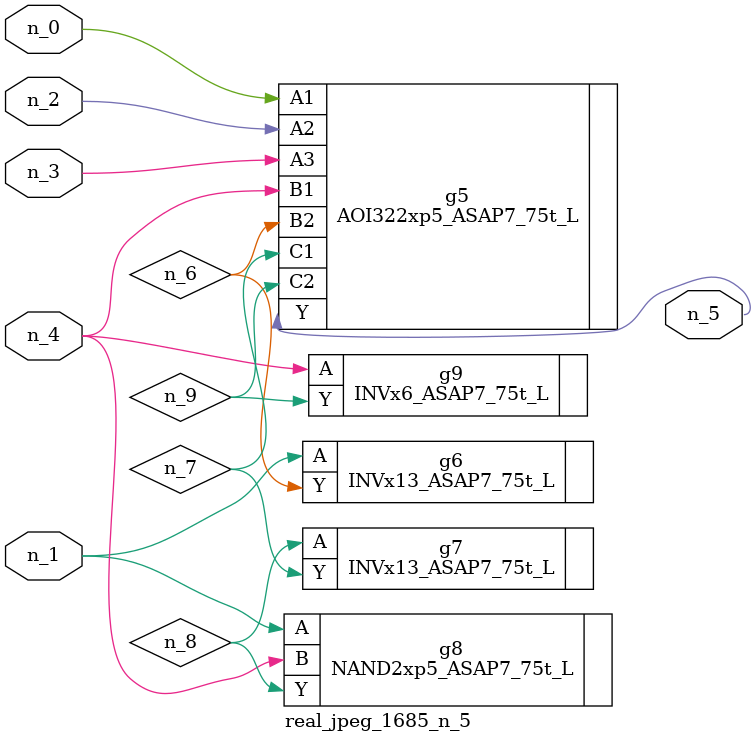
<source format=v>
module real_jpeg_1685_n_5 (n_4, n_0, n_1, n_2, n_3, n_5);

input n_4;
input n_0;
input n_1;
input n_2;
input n_3;

output n_5;

wire n_8;
wire n_6;
wire n_7;
wire n_9;

AOI322xp5_ASAP7_75t_L g5 ( 
.A1(n_0),
.A2(n_2),
.A3(n_3),
.B1(n_4),
.B2(n_6),
.C1(n_7),
.C2(n_9),
.Y(n_5)
);

INVx13_ASAP7_75t_L g6 ( 
.A(n_1),
.Y(n_6)
);

NAND2xp5_ASAP7_75t_L g8 ( 
.A(n_1),
.B(n_4),
.Y(n_8)
);

INVx6_ASAP7_75t_L g9 ( 
.A(n_4),
.Y(n_9)
);

INVx13_ASAP7_75t_L g7 ( 
.A(n_8),
.Y(n_7)
);


endmodule
</source>
